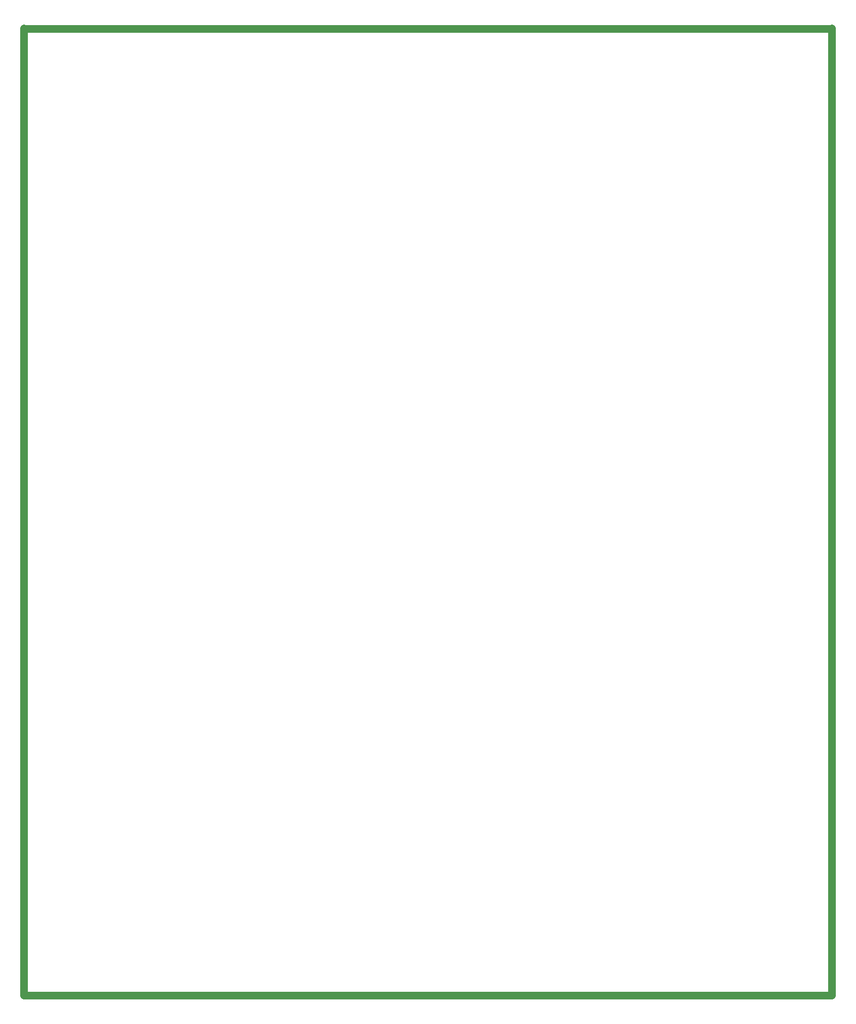
<source format=gm1>
G04*
G04 #@! TF.GenerationSoftware,Altium Limited,Altium Designer,22.1.2 (22)*
G04*
G04 Layer_Color=16711935*
%FSLAX25Y25*%
%MOIN*%
G70*
G04*
G04 #@! TF.SameCoordinates,E28053CA-E4DF-42EA-84DA-B9CFE034DEEF*
G04*
G04*
G04 #@! TF.FilePolarity,Positive*
G04*
G01*
G75*
%ADD48C,0.04724*%
D48*
X39370Y590551D02*
X39370Y450332D01*
Y305844D02*
Y454724D01*
Y590158D02*
X532478D01*
Y0D02*
Y590158D01*
X39370Y146001D02*
X39370Y0D01*
X532478Y0D02*
X532478Y590551D01*
X39370Y0D02*
X532478Y0D01*
X39370Y305844D02*
X39370Y10568D01*
M02*

</source>
